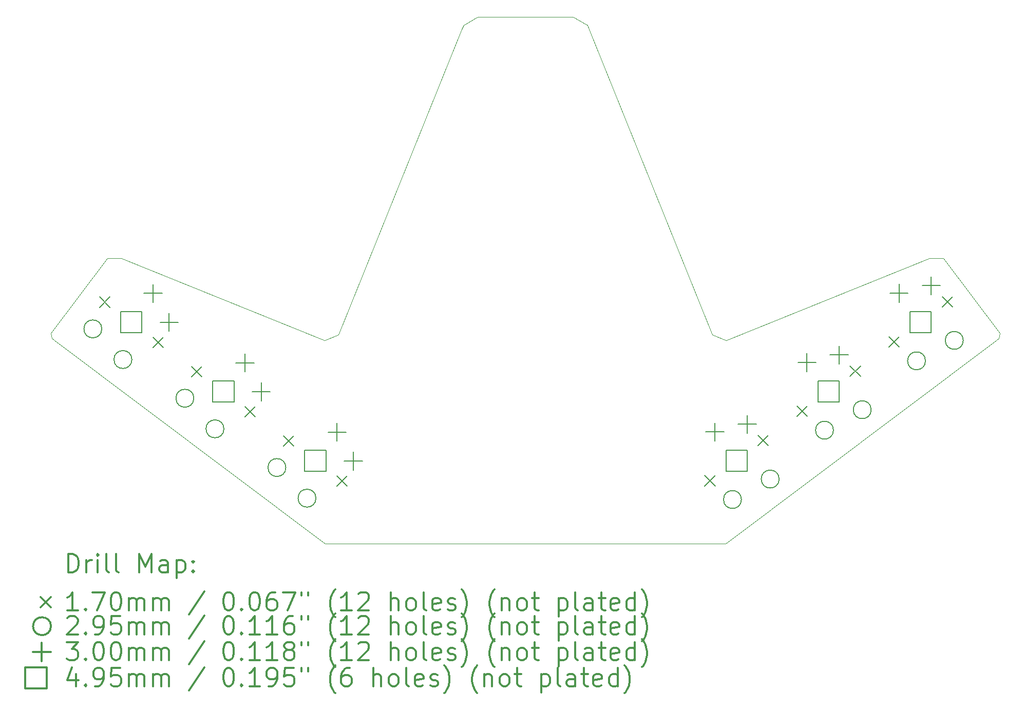
<source format=gbr>
%FSLAX45Y45*%
G04 Gerber Fmt 4.5, Leading zero omitted, Abs format (unit mm)*
G04 Created by KiCad (PCBNEW (5.1.4)-1) date 2023-11-05 18:19:02*
%MOMM*%
%LPD*%
G04 APERTURE LIST*
%ADD10C,0.050000*%
%ADD11C,0.200000*%
%ADD12C,0.300000*%
G04 APERTURE END LIST*
D10*
X22132327Y7373000D02*
X22122327Y7288000D01*
X22132327Y7373000D02*
X21202327Y8608000D01*
X22040928Y7226592D02*
X22122327Y7288000D01*
X21202327Y8608000D02*
X20975813Y8608196D01*
X6493000Y7373000D02*
X6503000Y7288000D01*
X6493000Y7373000D02*
X7423000Y8608000D01*
X14212327Y12583000D02*
X14413000Y12583000D01*
X13522327Y12583000D02*
X14212327Y12583000D01*
X13292327Y12453000D02*
X13522327Y12583000D01*
X13262327Y12383000D02*
X13292327Y12453000D01*
X13262327Y12383000D02*
X11227224Y7346058D01*
X15363000Y12383000D02*
X15333000Y12453000D01*
X15103000Y12583000D02*
X14413000Y12583000D01*
X15333000Y12453000D02*
X15103000Y12583000D01*
X11009145Y3896574D02*
X17616182Y3896574D01*
X11227224Y7346058D02*
X11005920Y7252120D01*
X7649514Y8608196D02*
X11005920Y7252120D01*
X7423000Y8608000D02*
X7649514Y8608196D01*
X6584399Y7226592D02*
X6503000Y7288000D01*
X6584399Y7226592D02*
X11009145Y3896574D01*
X17398103Y7346058D02*
X17619407Y7252120D01*
X15363000Y12383000D02*
X17398103Y7346058D01*
X20975813Y8608196D02*
X17619407Y7252120D01*
X22040928Y7226592D02*
X17616182Y3896574D01*
D11*
X10326119Y5680711D02*
X10496299Y5510531D01*
X10496299Y5680711D02*
X10326119Y5510531D01*
X11204618Y5018715D02*
X11374798Y4848535D01*
X11374798Y5018715D02*
X11204618Y4848535D01*
X17270728Y5021344D02*
X17440908Y4851164D01*
X17440908Y5021344D02*
X17270728Y4851164D01*
X18149227Y5683340D02*
X18319407Y5513161D01*
X18319407Y5683340D02*
X18149227Y5513161D01*
X18788136Y6164792D02*
X18958316Y5994612D01*
X18958316Y6164792D02*
X18788136Y5994612D01*
X19666635Y6826789D02*
X19836815Y6656609D01*
X19836815Y6826789D02*
X19666635Y6656609D01*
X7291304Y7967608D02*
X7461484Y7797428D01*
X7461484Y7967608D02*
X7291304Y7797428D01*
X8169803Y7305612D02*
X8339983Y7135432D01*
X8339983Y7305612D02*
X8169803Y7135432D01*
X20305543Y7308241D02*
X20475723Y7138061D01*
X20475723Y7308241D02*
X20305543Y7138061D01*
X21184042Y7970238D02*
X21354222Y7800058D01*
X21354222Y7970238D02*
X21184042Y7800058D01*
X8808711Y6824160D02*
X8978891Y6653980D01*
X8978891Y6824160D02*
X8808711Y6653980D01*
X9687210Y6162163D02*
X9857390Y5991983D01*
X9857390Y6162163D02*
X9687210Y5991983D01*
X10363705Y5154063D02*
G75*
G03X10363705Y5154063I-147500J0D01*
G01*
X10859560Y4648936D02*
G75*
G03X10859560Y4648936I-147500J0D01*
G01*
X17874021Y4627095D02*
G75*
G03X17874021Y4627095I-147500J0D01*
G01*
X18496257Y4964509D02*
G75*
G03X18496257Y4964509I-147500J0D01*
G01*
X19391429Y5770543D02*
G75*
G03X19391429Y5770543I-147500J0D01*
G01*
X20013664Y6107957D02*
G75*
G03X20013664Y6107957I-147500J0D01*
G01*
X7328890Y7440960D02*
G75*
G03X7328890Y7440960I-147500J0D01*
G01*
X7824745Y6935833D02*
G75*
G03X7824745Y6935833I-147500J0D01*
G01*
X20908836Y6913992D02*
G75*
G03X20908836Y6913992I-147500J0D01*
G01*
X21531072Y7251406D02*
G75*
G03X21531072Y7251406I-147500J0D01*
G01*
X8846298Y6297511D02*
G75*
G03X8846298Y6297511I-147500J0D01*
G01*
X9342152Y5792384D02*
G75*
G03X9342152Y5792384I-147500J0D01*
G01*
X11208538Y5889811D02*
X11208538Y5589811D01*
X11058538Y5739811D02*
X11358538Y5739811D01*
X11475456Y5413204D02*
X11475456Y5113204D01*
X11325456Y5263204D02*
X11625456Y5263204D01*
X17436988Y5892440D02*
X17436988Y5592440D01*
X17286988Y5742440D02*
X17586988Y5742440D01*
X17968705Y6017648D02*
X17968705Y5717648D01*
X17818705Y5867648D02*
X18118705Y5867648D01*
X18954395Y7035889D02*
X18954395Y6735889D01*
X18804395Y6885889D02*
X19104395Y6885889D01*
X19486112Y7161096D02*
X19486112Y6861096D01*
X19336112Y7011096D02*
X19636112Y7011096D01*
X8173723Y8176708D02*
X8173723Y7876708D01*
X8023723Y8026708D02*
X8323723Y8026708D01*
X8440642Y7700101D02*
X8440642Y7400101D01*
X8290642Y7550101D02*
X8590642Y7550101D01*
X20471803Y8179337D02*
X20471803Y7879337D01*
X20321803Y8029337D02*
X20621803Y8029337D01*
X21003520Y8304545D02*
X21003520Y8004545D01*
X20853520Y8154545D02*
X21153520Y8154545D01*
X9691131Y7033260D02*
X9691131Y6733260D01*
X9541131Y6883260D02*
X9841131Y6883260D01*
X9958049Y6556652D02*
X9958049Y6256652D01*
X9808049Y6406652D02*
X10108049Y6406652D01*
X21004893Y7379139D02*
X21004893Y7729160D01*
X20654872Y7729160D01*
X20654872Y7379139D01*
X21004893Y7379139D01*
X11025469Y5089613D02*
X11025469Y5439634D01*
X10675448Y5439634D01*
X10675448Y5089613D01*
X11025469Y5089613D01*
X17970078Y5092242D02*
X17970078Y5442263D01*
X17620057Y5442263D01*
X17620057Y5092242D01*
X17970078Y5092242D01*
X19487486Y6235690D02*
X19487486Y6585711D01*
X19137465Y6585711D01*
X19137465Y6235690D01*
X19487486Y6235690D01*
X7990654Y7376510D02*
X7990654Y7726531D01*
X7640633Y7726531D01*
X7640633Y7376510D01*
X7990654Y7376510D01*
X9508061Y6233061D02*
X9508061Y6583082D01*
X9158040Y6583082D01*
X9158040Y6233061D01*
X9508061Y6233061D01*
D12*
X6776928Y3428360D02*
X6776928Y3728360D01*
X6848357Y3728360D01*
X6891214Y3714074D01*
X6919786Y3685503D01*
X6934071Y3656931D01*
X6948357Y3599788D01*
X6948357Y3556931D01*
X6934071Y3499788D01*
X6919786Y3471217D01*
X6891214Y3442645D01*
X6848357Y3428360D01*
X6776928Y3428360D01*
X7076928Y3428360D02*
X7076928Y3628360D01*
X7076928Y3571217D02*
X7091214Y3599788D01*
X7105500Y3614074D01*
X7134071Y3628360D01*
X7162643Y3628360D01*
X7262643Y3428360D02*
X7262643Y3628360D01*
X7262643Y3728360D02*
X7248357Y3714074D01*
X7262643Y3699788D01*
X7276928Y3714074D01*
X7262643Y3728360D01*
X7262643Y3699788D01*
X7448357Y3428360D02*
X7419786Y3442645D01*
X7405500Y3471217D01*
X7405500Y3728360D01*
X7605500Y3428360D02*
X7576928Y3442645D01*
X7562643Y3471217D01*
X7562643Y3728360D01*
X7948357Y3428360D02*
X7948357Y3728360D01*
X8048357Y3514074D01*
X8148357Y3728360D01*
X8148357Y3428360D01*
X8419786Y3428360D02*
X8419786Y3585503D01*
X8405500Y3614074D01*
X8376928Y3628360D01*
X8319786Y3628360D01*
X8291214Y3614074D01*
X8419786Y3442645D02*
X8391214Y3428360D01*
X8319786Y3428360D01*
X8291214Y3442645D01*
X8276928Y3471217D01*
X8276928Y3499788D01*
X8291214Y3528360D01*
X8319786Y3542645D01*
X8391214Y3542645D01*
X8419786Y3556931D01*
X8562643Y3628360D02*
X8562643Y3328360D01*
X8562643Y3614074D02*
X8591214Y3628360D01*
X8648357Y3628360D01*
X8676928Y3614074D01*
X8691214Y3599788D01*
X8705500Y3571217D01*
X8705500Y3485503D01*
X8691214Y3456931D01*
X8676928Y3442645D01*
X8648357Y3428360D01*
X8591214Y3428360D01*
X8562643Y3442645D01*
X8834071Y3456931D02*
X8848357Y3442645D01*
X8834071Y3428360D01*
X8819786Y3442645D01*
X8834071Y3456931D01*
X8834071Y3428360D01*
X8834071Y3614074D02*
X8848357Y3599788D01*
X8834071Y3585503D01*
X8819786Y3599788D01*
X8834071Y3614074D01*
X8834071Y3585503D01*
X6320320Y3019164D02*
X6490500Y2848984D01*
X6490500Y3019164D02*
X6320320Y2848984D01*
X6934071Y2798360D02*
X6762643Y2798360D01*
X6848357Y2798360D02*
X6848357Y3098360D01*
X6819786Y3055503D01*
X6791214Y3026931D01*
X6762643Y3012645D01*
X7062643Y2826931D02*
X7076928Y2812645D01*
X7062643Y2798360D01*
X7048357Y2812645D01*
X7062643Y2826931D01*
X7062643Y2798360D01*
X7176928Y3098360D02*
X7376928Y3098360D01*
X7248357Y2798360D01*
X7548357Y3098360D02*
X7576928Y3098360D01*
X7605500Y3084074D01*
X7619786Y3069788D01*
X7634071Y3041217D01*
X7648357Y2984074D01*
X7648357Y2912645D01*
X7634071Y2855503D01*
X7619786Y2826931D01*
X7605500Y2812645D01*
X7576928Y2798360D01*
X7548357Y2798360D01*
X7519786Y2812645D01*
X7505500Y2826931D01*
X7491214Y2855503D01*
X7476928Y2912645D01*
X7476928Y2984074D01*
X7491214Y3041217D01*
X7505500Y3069788D01*
X7519786Y3084074D01*
X7548357Y3098360D01*
X7776928Y2798360D02*
X7776928Y2998360D01*
X7776928Y2969788D02*
X7791214Y2984074D01*
X7819786Y2998360D01*
X7862643Y2998360D01*
X7891214Y2984074D01*
X7905500Y2955503D01*
X7905500Y2798360D01*
X7905500Y2955503D02*
X7919786Y2984074D01*
X7948357Y2998360D01*
X7991214Y2998360D01*
X8019786Y2984074D01*
X8034071Y2955503D01*
X8034071Y2798360D01*
X8176928Y2798360D02*
X8176928Y2998360D01*
X8176928Y2969788D02*
X8191214Y2984074D01*
X8219786Y2998360D01*
X8262643Y2998360D01*
X8291214Y2984074D01*
X8305500Y2955503D01*
X8305500Y2798360D01*
X8305500Y2955503D02*
X8319786Y2984074D01*
X8348357Y2998360D01*
X8391214Y2998360D01*
X8419786Y2984074D01*
X8434071Y2955503D01*
X8434071Y2798360D01*
X9019786Y3112645D02*
X8762643Y2726931D01*
X9405500Y3098360D02*
X9434071Y3098360D01*
X9462643Y3084074D01*
X9476928Y3069788D01*
X9491214Y3041217D01*
X9505500Y2984074D01*
X9505500Y2912645D01*
X9491214Y2855503D01*
X9476928Y2826931D01*
X9462643Y2812645D01*
X9434071Y2798360D01*
X9405500Y2798360D01*
X9376928Y2812645D01*
X9362643Y2826931D01*
X9348357Y2855503D01*
X9334071Y2912645D01*
X9334071Y2984074D01*
X9348357Y3041217D01*
X9362643Y3069788D01*
X9376928Y3084074D01*
X9405500Y3098360D01*
X9634071Y2826931D02*
X9648357Y2812645D01*
X9634071Y2798360D01*
X9619786Y2812645D01*
X9634071Y2826931D01*
X9634071Y2798360D01*
X9834071Y3098360D02*
X9862643Y3098360D01*
X9891214Y3084074D01*
X9905500Y3069788D01*
X9919786Y3041217D01*
X9934071Y2984074D01*
X9934071Y2912645D01*
X9919786Y2855503D01*
X9905500Y2826931D01*
X9891214Y2812645D01*
X9862643Y2798360D01*
X9834071Y2798360D01*
X9805500Y2812645D01*
X9791214Y2826931D01*
X9776928Y2855503D01*
X9762643Y2912645D01*
X9762643Y2984074D01*
X9776928Y3041217D01*
X9791214Y3069788D01*
X9805500Y3084074D01*
X9834071Y3098360D01*
X10191214Y3098360D02*
X10134071Y3098360D01*
X10105500Y3084074D01*
X10091214Y3069788D01*
X10062643Y3026931D01*
X10048357Y2969788D01*
X10048357Y2855503D01*
X10062643Y2826931D01*
X10076928Y2812645D01*
X10105500Y2798360D01*
X10162643Y2798360D01*
X10191214Y2812645D01*
X10205500Y2826931D01*
X10219786Y2855503D01*
X10219786Y2926931D01*
X10205500Y2955503D01*
X10191214Y2969788D01*
X10162643Y2984074D01*
X10105500Y2984074D01*
X10076928Y2969788D01*
X10062643Y2955503D01*
X10048357Y2926931D01*
X10319786Y3098360D02*
X10519786Y3098360D01*
X10391214Y2798360D01*
X10619786Y3098360D02*
X10619786Y3041217D01*
X10734071Y3098360D02*
X10734071Y3041217D01*
X11176928Y2684074D02*
X11162643Y2698360D01*
X11134071Y2741217D01*
X11119786Y2769788D01*
X11105500Y2812645D01*
X11091214Y2884074D01*
X11091214Y2941217D01*
X11105500Y3012645D01*
X11119786Y3055503D01*
X11134071Y3084074D01*
X11162643Y3126931D01*
X11176928Y3141217D01*
X11448357Y2798360D02*
X11276928Y2798360D01*
X11362643Y2798360D02*
X11362643Y3098360D01*
X11334071Y3055503D01*
X11305500Y3026931D01*
X11276928Y3012645D01*
X11562643Y3069788D02*
X11576928Y3084074D01*
X11605500Y3098360D01*
X11676928Y3098360D01*
X11705500Y3084074D01*
X11719786Y3069788D01*
X11734071Y3041217D01*
X11734071Y3012645D01*
X11719786Y2969788D01*
X11548357Y2798360D01*
X11734071Y2798360D01*
X12091214Y2798360D02*
X12091214Y3098360D01*
X12219786Y2798360D02*
X12219786Y2955503D01*
X12205500Y2984074D01*
X12176928Y2998360D01*
X12134071Y2998360D01*
X12105500Y2984074D01*
X12091214Y2969788D01*
X12405500Y2798360D02*
X12376928Y2812645D01*
X12362643Y2826931D01*
X12348357Y2855503D01*
X12348357Y2941217D01*
X12362643Y2969788D01*
X12376928Y2984074D01*
X12405500Y2998360D01*
X12448357Y2998360D01*
X12476928Y2984074D01*
X12491214Y2969788D01*
X12505500Y2941217D01*
X12505500Y2855503D01*
X12491214Y2826931D01*
X12476928Y2812645D01*
X12448357Y2798360D01*
X12405500Y2798360D01*
X12676928Y2798360D02*
X12648357Y2812645D01*
X12634071Y2841217D01*
X12634071Y3098360D01*
X12905500Y2812645D02*
X12876928Y2798360D01*
X12819786Y2798360D01*
X12791214Y2812645D01*
X12776928Y2841217D01*
X12776928Y2955503D01*
X12791214Y2984074D01*
X12819786Y2998360D01*
X12876928Y2998360D01*
X12905500Y2984074D01*
X12919786Y2955503D01*
X12919786Y2926931D01*
X12776928Y2898360D01*
X13034071Y2812645D02*
X13062643Y2798360D01*
X13119786Y2798360D01*
X13148357Y2812645D01*
X13162643Y2841217D01*
X13162643Y2855503D01*
X13148357Y2884074D01*
X13119786Y2898360D01*
X13076928Y2898360D01*
X13048357Y2912645D01*
X13034071Y2941217D01*
X13034071Y2955503D01*
X13048357Y2984074D01*
X13076928Y2998360D01*
X13119786Y2998360D01*
X13148357Y2984074D01*
X13262643Y2684074D02*
X13276928Y2698360D01*
X13305500Y2741217D01*
X13319786Y2769788D01*
X13334071Y2812645D01*
X13348357Y2884074D01*
X13348357Y2941217D01*
X13334071Y3012645D01*
X13319786Y3055503D01*
X13305500Y3084074D01*
X13276928Y3126931D01*
X13262643Y3141217D01*
X13805500Y2684074D02*
X13791214Y2698360D01*
X13762643Y2741217D01*
X13748357Y2769788D01*
X13734071Y2812645D01*
X13719786Y2884074D01*
X13719786Y2941217D01*
X13734071Y3012645D01*
X13748357Y3055503D01*
X13762643Y3084074D01*
X13791214Y3126931D01*
X13805500Y3141217D01*
X13919786Y2998360D02*
X13919786Y2798360D01*
X13919786Y2969788D02*
X13934071Y2984074D01*
X13962643Y2998360D01*
X14005500Y2998360D01*
X14034071Y2984074D01*
X14048357Y2955503D01*
X14048357Y2798360D01*
X14234071Y2798360D02*
X14205500Y2812645D01*
X14191214Y2826931D01*
X14176928Y2855503D01*
X14176928Y2941217D01*
X14191214Y2969788D01*
X14205500Y2984074D01*
X14234071Y2998360D01*
X14276928Y2998360D01*
X14305500Y2984074D01*
X14319786Y2969788D01*
X14334071Y2941217D01*
X14334071Y2855503D01*
X14319786Y2826931D01*
X14305500Y2812645D01*
X14276928Y2798360D01*
X14234071Y2798360D01*
X14419786Y2998360D02*
X14534071Y2998360D01*
X14462643Y3098360D02*
X14462643Y2841217D01*
X14476928Y2812645D01*
X14505500Y2798360D01*
X14534071Y2798360D01*
X14862643Y2998360D02*
X14862643Y2698360D01*
X14862643Y2984074D02*
X14891214Y2998360D01*
X14948357Y2998360D01*
X14976928Y2984074D01*
X14991214Y2969788D01*
X15005500Y2941217D01*
X15005500Y2855503D01*
X14991214Y2826931D01*
X14976928Y2812645D01*
X14948357Y2798360D01*
X14891214Y2798360D01*
X14862643Y2812645D01*
X15176928Y2798360D02*
X15148357Y2812645D01*
X15134071Y2841217D01*
X15134071Y3098360D01*
X15419786Y2798360D02*
X15419786Y2955503D01*
X15405500Y2984074D01*
X15376928Y2998360D01*
X15319786Y2998360D01*
X15291214Y2984074D01*
X15419786Y2812645D02*
X15391214Y2798360D01*
X15319786Y2798360D01*
X15291214Y2812645D01*
X15276928Y2841217D01*
X15276928Y2869788D01*
X15291214Y2898360D01*
X15319786Y2912645D01*
X15391214Y2912645D01*
X15419786Y2926931D01*
X15519786Y2998360D02*
X15634071Y2998360D01*
X15562643Y3098360D02*
X15562643Y2841217D01*
X15576928Y2812645D01*
X15605500Y2798360D01*
X15634071Y2798360D01*
X15848357Y2812645D02*
X15819786Y2798360D01*
X15762643Y2798360D01*
X15734071Y2812645D01*
X15719786Y2841217D01*
X15719786Y2955503D01*
X15734071Y2984074D01*
X15762643Y2998360D01*
X15819786Y2998360D01*
X15848357Y2984074D01*
X15862643Y2955503D01*
X15862643Y2926931D01*
X15719786Y2898360D01*
X16119786Y2798360D02*
X16119786Y3098360D01*
X16119786Y2812645D02*
X16091214Y2798360D01*
X16034071Y2798360D01*
X16005500Y2812645D01*
X15991214Y2826931D01*
X15976928Y2855503D01*
X15976928Y2941217D01*
X15991214Y2969788D01*
X16005500Y2984074D01*
X16034071Y2998360D01*
X16091214Y2998360D01*
X16119786Y2984074D01*
X16234071Y2684074D02*
X16248357Y2698360D01*
X16276928Y2741217D01*
X16291214Y2769788D01*
X16305500Y2812645D01*
X16319786Y2884074D01*
X16319786Y2941217D01*
X16305500Y3012645D01*
X16291214Y3055503D01*
X16276928Y3084074D01*
X16248357Y3126931D01*
X16234071Y3141217D01*
X6490500Y2538074D02*
G75*
G03X6490500Y2538074I-147500J0D01*
G01*
X6762643Y2673788D02*
X6776928Y2688074D01*
X6805500Y2702360D01*
X6876928Y2702360D01*
X6905500Y2688074D01*
X6919786Y2673788D01*
X6934071Y2645217D01*
X6934071Y2616646D01*
X6919786Y2573788D01*
X6748357Y2402360D01*
X6934071Y2402360D01*
X7062643Y2430931D02*
X7076928Y2416646D01*
X7062643Y2402360D01*
X7048357Y2416646D01*
X7062643Y2430931D01*
X7062643Y2402360D01*
X7219786Y2402360D02*
X7276928Y2402360D01*
X7305500Y2416646D01*
X7319786Y2430931D01*
X7348357Y2473788D01*
X7362643Y2530931D01*
X7362643Y2645217D01*
X7348357Y2673788D01*
X7334071Y2688074D01*
X7305500Y2702360D01*
X7248357Y2702360D01*
X7219786Y2688074D01*
X7205500Y2673788D01*
X7191214Y2645217D01*
X7191214Y2573788D01*
X7205500Y2545217D01*
X7219786Y2530931D01*
X7248357Y2516646D01*
X7305500Y2516646D01*
X7334071Y2530931D01*
X7348357Y2545217D01*
X7362643Y2573788D01*
X7634071Y2702360D02*
X7491214Y2702360D01*
X7476928Y2559503D01*
X7491214Y2573788D01*
X7519786Y2588074D01*
X7591214Y2588074D01*
X7619786Y2573788D01*
X7634071Y2559503D01*
X7648357Y2530931D01*
X7648357Y2459503D01*
X7634071Y2430931D01*
X7619786Y2416646D01*
X7591214Y2402360D01*
X7519786Y2402360D01*
X7491214Y2416646D01*
X7476928Y2430931D01*
X7776928Y2402360D02*
X7776928Y2602360D01*
X7776928Y2573788D02*
X7791214Y2588074D01*
X7819786Y2602360D01*
X7862643Y2602360D01*
X7891214Y2588074D01*
X7905500Y2559503D01*
X7905500Y2402360D01*
X7905500Y2559503D02*
X7919786Y2588074D01*
X7948357Y2602360D01*
X7991214Y2602360D01*
X8019786Y2588074D01*
X8034071Y2559503D01*
X8034071Y2402360D01*
X8176928Y2402360D02*
X8176928Y2602360D01*
X8176928Y2573788D02*
X8191214Y2588074D01*
X8219786Y2602360D01*
X8262643Y2602360D01*
X8291214Y2588074D01*
X8305500Y2559503D01*
X8305500Y2402360D01*
X8305500Y2559503D02*
X8319786Y2588074D01*
X8348357Y2602360D01*
X8391214Y2602360D01*
X8419786Y2588074D01*
X8434071Y2559503D01*
X8434071Y2402360D01*
X9019786Y2716646D02*
X8762643Y2330931D01*
X9405500Y2702360D02*
X9434071Y2702360D01*
X9462643Y2688074D01*
X9476928Y2673788D01*
X9491214Y2645217D01*
X9505500Y2588074D01*
X9505500Y2516646D01*
X9491214Y2459503D01*
X9476928Y2430931D01*
X9462643Y2416646D01*
X9434071Y2402360D01*
X9405500Y2402360D01*
X9376928Y2416646D01*
X9362643Y2430931D01*
X9348357Y2459503D01*
X9334071Y2516646D01*
X9334071Y2588074D01*
X9348357Y2645217D01*
X9362643Y2673788D01*
X9376928Y2688074D01*
X9405500Y2702360D01*
X9634071Y2430931D02*
X9648357Y2416646D01*
X9634071Y2402360D01*
X9619786Y2416646D01*
X9634071Y2430931D01*
X9634071Y2402360D01*
X9934071Y2402360D02*
X9762643Y2402360D01*
X9848357Y2402360D02*
X9848357Y2702360D01*
X9819786Y2659503D01*
X9791214Y2630931D01*
X9762643Y2616646D01*
X10219786Y2402360D02*
X10048357Y2402360D01*
X10134071Y2402360D02*
X10134071Y2702360D01*
X10105500Y2659503D01*
X10076928Y2630931D01*
X10048357Y2616646D01*
X10476928Y2702360D02*
X10419786Y2702360D01*
X10391214Y2688074D01*
X10376928Y2673788D01*
X10348357Y2630931D01*
X10334071Y2573788D01*
X10334071Y2459503D01*
X10348357Y2430931D01*
X10362643Y2416646D01*
X10391214Y2402360D01*
X10448357Y2402360D01*
X10476928Y2416646D01*
X10491214Y2430931D01*
X10505500Y2459503D01*
X10505500Y2530931D01*
X10491214Y2559503D01*
X10476928Y2573788D01*
X10448357Y2588074D01*
X10391214Y2588074D01*
X10362643Y2573788D01*
X10348357Y2559503D01*
X10334071Y2530931D01*
X10619786Y2702360D02*
X10619786Y2645217D01*
X10734071Y2702360D02*
X10734071Y2645217D01*
X11176928Y2288074D02*
X11162643Y2302360D01*
X11134071Y2345217D01*
X11119786Y2373788D01*
X11105500Y2416646D01*
X11091214Y2488074D01*
X11091214Y2545217D01*
X11105500Y2616646D01*
X11119786Y2659503D01*
X11134071Y2688074D01*
X11162643Y2730931D01*
X11176928Y2745217D01*
X11448357Y2402360D02*
X11276928Y2402360D01*
X11362643Y2402360D02*
X11362643Y2702360D01*
X11334071Y2659503D01*
X11305500Y2630931D01*
X11276928Y2616646D01*
X11562643Y2673788D02*
X11576928Y2688074D01*
X11605500Y2702360D01*
X11676928Y2702360D01*
X11705500Y2688074D01*
X11719786Y2673788D01*
X11734071Y2645217D01*
X11734071Y2616646D01*
X11719786Y2573788D01*
X11548357Y2402360D01*
X11734071Y2402360D01*
X12091214Y2402360D02*
X12091214Y2702360D01*
X12219786Y2402360D02*
X12219786Y2559503D01*
X12205500Y2588074D01*
X12176928Y2602360D01*
X12134071Y2602360D01*
X12105500Y2588074D01*
X12091214Y2573788D01*
X12405500Y2402360D02*
X12376928Y2416646D01*
X12362643Y2430931D01*
X12348357Y2459503D01*
X12348357Y2545217D01*
X12362643Y2573788D01*
X12376928Y2588074D01*
X12405500Y2602360D01*
X12448357Y2602360D01*
X12476928Y2588074D01*
X12491214Y2573788D01*
X12505500Y2545217D01*
X12505500Y2459503D01*
X12491214Y2430931D01*
X12476928Y2416646D01*
X12448357Y2402360D01*
X12405500Y2402360D01*
X12676928Y2402360D02*
X12648357Y2416646D01*
X12634071Y2445217D01*
X12634071Y2702360D01*
X12905500Y2416646D02*
X12876928Y2402360D01*
X12819786Y2402360D01*
X12791214Y2416646D01*
X12776928Y2445217D01*
X12776928Y2559503D01*
X12791214Y2588074D01*
X12819786Y2602360D01*
X12876928Y2602360D01*
X12905500Y2588074D01*
X12919786Y2559503D01*
X12919786Y2530931D01*
X12776928Y2502360D01*
X13034071Y2416646D02*
X13062643Y2402360D01*
X13119786Y2402360D01*
X13148357Y2416646D01*
X13162643Y2445217D01*
X13162643Y2459503D01*
X13148357Y2488074D01*
X13119786Y2502360D01*
X13076928Y2502360D01*
X13048357Y2516646D01*
X13034071Y2545217D01*
X13034071Y2559503D01*
X13048357Y2588074D01*
X13076928Y2602360D01*
X13119786Y2602360D01*
X13148357Y2588074D01*
X13262643Y2288074D02*
X13276928Y2302360D01*
X13305500Y2345217D01*
X13319786Y2373788D01*
X13334071Y2416646D01*
X13348357Y2488074D01*
X13348357Y2545217D01*
X13334071Y2616646D01*
X13319786Y2659503D01*
X13305500Y2688074D01*
X13276928Y2730931D01*
X13262643Y2745217D01*
X13805500Y2288074D02*
X13791214Y2302360D01*
X13762643Y2345217D01*
X13748357Y2373788D01*
X13734071Y2416646D01*
X13719786Y2488074D01*
X13719786Y2545217D01*
X13734071Y2616646D01*
X13748357Y2659503D01*
X13762643Y2688074D01*
X13791214Y2730931D01*
X13805500Y2745217D01*
X13919786Y2602360D02*
X13919786Y2402360D01*
X13919786Y2573788D02*
X13934071Y2588074D01*
X13962643Y2602360D01*
X14005500Y2602360D01*
X14034071Y2588074D01*
X14048357Y2559503D01*
X14048357Y2402360D01*
X14234071Y2402360D02*
X14205500Y2416646D01*
X14191214Y2430931D01*
X14176928Y2459503D01*
X14176928Y2545217D01*
X14191214Y2573788D01*
X14205500Y2588074D01*
X14234071Y2602360D01*
X14276928Y2602360D01*
X14305500Y2588074D01*
X14319786Y2573788D01*
X14334071Y2545217D01*
X14334071Y2459503D01*
X14319786Y2430931D01*
X14305500Y2416646D01*
X14276928Y2402360D01*
X14234071Y2402360D01*
X14419786Y2602360D02*
X14534071Y2602360D01*
X14462643Y2702360D02*
X14462643Y2445217D01*
X14476928Y2416646D01*
X14505500Y2402360D01*
X14534071Y2402360D01*
X14862643Y2602360D02*
X14862643Y2302360D01*
X14862643Y2588074D02*
X14891214Y2602360D01*
X14948357Y2602360D01*
X14976928Y2588074D01*
X14991214Y2573788D01*
X15005500Y2545217D01*
X15005500Y2459503D01*
X14991214Y2430931D01*
X14976928Y2416646D01*
X14948357Y2402360D01*
X14891214Y2402360D01*
X14862643Y2416646D01*
X15176928Y2402360D02*
X15148357Y2416646D01*
X15134071Y2445217D01*
X15134071Y2702360D01*
X15419786Y2402360D02*
X15419786Y2559503D01*
X15405500Y2588074D01*
X15376928Y2602360D01*
X15319786Y2602360D01*
X15291214Y2588074D01*
X15419786Y2416646D02*
X15391214Y2402360D01*
X15319786Y2402360D01*
X15291214Y2416646D01*
X15276928Y2445217D01*
X15276928Y2473788D01*
X15291214Y2502360D01*
X15319786Y2516646D01*
X15391214Y2516646D01*
X15419786Y2530931D01*
X15519786Y2602360D02*
X15634071Y2602360D01*
X15562643Y2702360D02*
X15562643Y2445217D01*
X15576928Y2416646D01*
X15605500Y2402360D01*
X15634071Y2402360D01*
X15848357Y2416646D02*
X15819786Y2402360D01*
X15762643Y2402360D01*
X15734071Y2416646D01*
X15719786Y2445217D01*
X15719786Y2559503D01*
X15734071Y2588074D01*
X15762643Y2602360D01*
X15819786Y2602360D01*
X15848357Y2588074D01*
X15862643Y2559503D01*
X15862643Y2530931D01*
X15719786Y2502360D01*
X16119786Y2402360D02*
X16119786Y2702360D01*
X16119786Y2416646D02*
X16091214Y2402360D01*
X16034071Y2402360D01*
X16005500Y2416646D01*
X15991214Y2430931D01*
X15976928Y2459503D01*
X15976928Y2545217D01*
X15991214Y2573788D01*
X16005500Y2588074D01*
X16034071Y2602360D01*
X16091214Y2602360D01*
X16119786Y2588074D01*
X16234071Y2288074D02*
X16248357Y2302360D01*
X16276928Y2345217D01*
X16291214Y2373788D01*
X16305500Y2416646D01*
X16319786Y2488074D01*
X16319786Y2545217D01*
X16305500Y2616646D01*
X16291214Y2659503D01*
X16276928Y2688074D01*
X16248357Y2730931D01*
X16234071Y2745217D01*
X6340500Y2263074D02*
X6340500Y1963074D01*
X6190500Y2113074D02*
X6490500Y2113074D01*
X6748357Y2277360D02*
X6934071Y2277360D01*
X6834071Y2163074D01*
X6876928Y2163074D01*
X6905500Y2148788D01*
X6919786Y2134503D01*
X6934071Y2105931D01*
X6934071Y2034503D01*
X6919786Y2005931D01*
X6905500Y1991645D01*
X6876928Y1977360D01*
X6791214Y1977360D01*
X6762643Y1991645D01*
X6748357Y2005931D01*
X7062643Y2005931D02*
X7076928Y1991645D01*
X7062643Y1977360D01*
X7048357Y1991645D01*
X7062643Y2005931D01*
X7062643Y1977360D01*
X7262643Y2277360D02*
X7291214Y2277360D01*
X7319786Y2263074D01*
X7334071Y2248788D01*
X7348357Y2220217D01*
X7362643Y2163074D01*
X7362643Y2091645D01*
X7348357Y2034503D01*
X7334071Y2005931D01*
X7319786Y1991645D01*
X7291214Y1977360D01*
X7262643Y1977360D01*
X7234071Y1991645D01*
X7219786Y2005931D01*
X7205500Y2034503D01*
X7191214Y2091645D01*
X7191214Y2163074D01*
X7205500Y2220217D01*
X7219786Y2248788D01*
X7234071Y2263074D01*
X7262643Y2277360D01*
X7548357Y2277360D02*
X7576928Y2277360D01*
X7605500Y2263074D01*
X7619786Y2248788D01*
X7634071Y2220217D01*
X7648357Y2163074D01*
X7648357Y2091645D01*
X7634071Y2034503D01*
X7619786Y2005931D01*
X7605500Y1991645D01*
X7576928Y1977360D01*
X7548357Y1977360D01*
X7519786Y1991645D01*
X7505500Y2005931D01*
X7491214Y2034503D01*
X7476928Y2091645D01*
X7476928Y2163074D01*
X7491214Y2220217D01*
X7505500Y2248788D01*
X7519786Y2263074D01*
X7548357Y2277360D01*
X7776928Y1977360D02*
X7776928Y2177360D01*
X7776928Y2148788D02*
X7791214Y2163074D01*
X7819786Y2177360D01*
X7862643Y2177360D01*
X7891214Y2163074D01*
X7905500Y2134503D01*
X7905500Y1977360D01*
X7905500Y2134503D02*
X7919786Y2163074D01*
X7948357Y2177360D01*
X7991214Y2177360D01*
X8019786Y2163074D01*
X8034071Y2134503D01*
X8034071Y1977360D01*
X8176928Y1977360D02*
X8176928Y2177360D01*
X8176928Y2148788D02*
X8191214Y2163074D01*
X8219786Y2177360D01*
X8262643Y2177360D01*
X8291214Y2163074D01*
X8305500Y2134503D01*
X8305500Y1977360D01*
X8305500Y2134503D02*
X8319786Y2163074D01*
X8348357Y2177360D01*
X8391214Y2177360D01*
X8419786Y2163074D01*
X8434071Y2134503D01*
X8434071Y1977360D01*
X9019786Y2291646D02*
X8762643Y1905931D01*
X9405500Y2277360D02*
X9434071Y2277360D01*
X9462643Y2263074D01*
X9476928Y2248788D01*
X9491214Y2220217D01*
X9505500Y2163074D01*
X9505500Y2091645D01*
X9491214Y2034503D01*
X9476928Y2005931D01*
X9462643Y1991645D01*
X9434071Y1977360D01*
X9405500Y1977360D01*
X9376928Y1991645D01*
X9362643Y2005931D01*
X9348357Y2034503D01*
X9334071Y2091645D01*
X9334071Y2163074D01*
X9348357Y2220217D01*
X9362643Y2248788D01*
X9376928Y2263074D01*
X9405500Y2277360D01*
X9634071Y2005931D02*
X9648357Y1991645D01*
X9634071Y1977360D01*
X9619786Y1991645D01*
X9634071Y2005931D01*
X9634071Y1977360D01*
X9934071Y1977360D02*
X9762643Y1977360D01*
X9848357Y1977360D02*
X9848357Y2277360D01*
X9819786Y2234503D01*
X9791214Y2205931D01*
X9762643Y2191646D01*
X10219786Y1977360D02*
X10048357Y1977360D01*
X10134071Y1977360D02*
X10134071Y2277360D01*
X10105500Y2234503D01*
X10076928Y2205931D01*
X10048357Y2191646D01*
X10391214Y2148788D02*
X10362643Y2163074D01*
X10348357Y2177360D01*
X10334071Y2205931D01*
X10334071Y2220217D01*
X10348357Y2248788D01*
X10362643Y2263074D01*
X10391214Y2277360D01*
X10448357Y2277360D01*
X10476928Y2263074D01*
X10491214Y2248788D01*
X10505500Y2220217D01*
X10505500Y2205931D01*
X10491214Y2177360D01*
X10476928Y2163074D01*
X10448357Y2148788D01*
X10391214Y2148788D01*
X10362643Y2134503D01*
X10348357Y2120217D01*
X10334071Y2091645D01*
X10334071Y2034503D01*
X10348357Y2005931D01*
X10362643Y1991645D01*
X10391214Y1977360D01*
X10448357Y1977360D01*
X10476928Y1991645D01*
X10491214Y2005931D01*
X10505500Y2034503D01*
X10505500Y2091645D01*
X10491214Y2120217D01*
X10476928Y2134503D01*
X10448357Y2148788D01*
X10619786Y2277360D02*
X10619786Y2220217D01*
X10734071Y2277360D02*
X10734071Y2220217D01*
X11176928Y1863074D02*
X11162643Y1877360D01*
X11134071Y1920217D01*
X11119786Y1948788D01*
X11105500Y1991645D01*
X11091214Y2063074D01*
X11091214Y2120217D01*
X11105500Y2191646D01*
X11119786Y2234503D01*
X11134071Y2263074D01*
X11162643Y2305931D01*
X11176928Y2320217D01*
X11448357Y1977360D02*
X11276928Y1977360D01*
X11362643Y1977360D02*
X11362643Y2277360D01*
X11334071Y2234503D01*
X11305500Y2205931D01*
X11276928Y2191646D01*
X11562643Y2248788D02*
X11576928Y2263074D01*
X11605500Y2277360D01*
X11676928Y2277360D01*
X11705500Y2263074D01*
X11719786Y2248788D01*
X11734071Y2220217D01*
X11734071Y2191646D01*
X11719786Y2148788D01*
X11548357Y1977360D01*
X11734071Y1977360D01*
X12091214Y1977360D02*
X12091214Y2277360D01*
X12219786Y1977360D02*
X12219786Y2134503D01*
X12205500Y2163074D01*
X12176928Y2177360D01*
X12134071Y2177360D01*
X12105500Y2163074D01*
X12091214Y2148788D01*
X12405500Y1977360D02*
X12376928Y1991645D01*
X12362643Y2005931D01*
X12348357Y2034503D01*
X12348357Y2120217D01*
X12362643Y2148788D01*
X12376928Y2163074D01*
X12405500Y2177360D01*
X12448357Y2177360D01*
X12476928Y2163074D01*
X12491214Y2148788D01*
X12505500Y2120217D01*
X12505500Y2034503D01*
X12491214Y2005931D01*
X12476928Y1991645D01*
X12448357Y1977360D01*
X12405500Y1977360D01*
X12676928Y1977360D02*
X12648357Y1991645D01*
X12634071Y2020217D01*
X12634071Y2277360D01*
X12905500Y1991645D02*
X12876928Y1977360D01*
X12819786Y1977360D01*
X12791214Y1991645D01*
X12776928Y2020217D01*
X12776928Y2134503D01*
X12791214Y2163074D01*
X12819786Y2177360D01*
X12876928Y2177360D01*
X12905500Y2163074D01*
X12919786Y2134503D01*
X12919786Y2105931D01*
X12776928Y2077360D01*
X13034071Y1991645D02*
X13062643Y1977360D01*
X13119786Y1977360D01*
X13148357Y1991645D01*
X13162643Y2020217D01*
X13162643Y2034503D01*
X13148357Y2063074D01*
X13119786Y2077360D01*
X13076928Y2077360D01*
X13048357Y2091645D01*
X13034071Y2120217D01*
X13034071Y2134503D01*
X13048357Y2163074D01*
X13076928Y2177360D01*
X13119786Y2177360D01*
X13148357Y2163074D01*
X13262643Y1863074D02*
X13276928Y1877360D01*
X13305500Y1920217D01*
X13319786Y1948788D01*
X13334071Y1991645D01*
X13348357Y2063074D01*
X13348357Y2120217D01*
X13334071Y2191646D01*
X13319786Y2234503D01*
X13305500Y2263074D01*
X13276928Y2305931D01*
X13262643Y2320217D01*
X13805500Y1863074D02*
X13791214Y1877360D01*
X13762643Y1920217D01*
X13748357Y1948788D01*
X13734071Y1991645D01*
X13719786Y2063074D01*
X13719786Y2120217D01*
X13734071Y2191646D01*
X13748357Y2234503D01*
X13762643Y2263074D01*
X13791214Y2305931D01*
X13805500Y2320217D01*
X13919786Y2177360D02*
X13919786Y1977360D01*
X13919786Y2148788D02*
X13934071Y2163074D01*
X13962643Y2177360D01*
X14005500Y2177360D01*
X14034071Y2163074D01*
X14048357Y2134503D01*
X14048357Y1977360D01*
X14234071Y1977360D02*
X14205500Y1991645D01*
X14191214Y2005931D01*
X14176928Y2034503D01*
X14176928Y2120217D01*
X14191214Y2148788D01*
X14205500Y2163074D01*
X14234071Y2177360D01*
X14276928Y2177360D01*
X14305500Y2163074D01*
X14319786Y2148788D01*
X14334071Y2120217D01*
X14334071Y2034503D01*
X14319786Y2005931D01*
X14305500Y1991645D01*
X14276928Y1977360D01*
X14234071Y1977360D01*
X14419786Y2177360D02*
X14534071Y2177360D01*
X14462643Y2277360D02*
X14462643Y2020217D01*
X14476928Y1991645D01*
X14505500Y1977360D01*
X14534071Y1977360D01*
X14862643Y2177360D02*
X14862643Y1877360D01*
X14862643Y2163074D02*
X14891214Y2177360D01*
X14948357Y2177360D01*
X14976928Y2163074D01*
X14991214Y2148788D01*
X15005500Y2120217D01*
X15005500Y2034503D01*
X14991214Y2005931D01*
X14976928Y1991645D01*
X14948357Y1977360D01*
X14891214Y1977360D01*
X14862643Y1991645D01*
X15176928Y1977360D02*
X15148357Y1991645D01*
X15134071Y2020217D01*
X15134071Y2277360D01*
X15419786Y1977360D02*
X15419786Y2134503D01*
X15405500Y2163074D01*
X15376928Y2177360D01*
X15319786Y2177360D01*
X15291214Y2163074D01*
X15419786Y1991645D02*
X15391214Y1977360D01*
X15319786Y1977360D01*
X15291214Y1991645D01*
X15276928Y2020217D01*
X15276928Y2048788D01*
X15291214Y2077360D01*
X15319786Y2091645D01*
X15391214Y2091645D01*
X15419786Y2105931D01*
X15519786Y2177360D02*
X15634071Y2177360D01*
X15562643Y2277360D02*
X15562643Y2020217D01*
X15576928Y1991645D01*
X15605500Y1977360D01*
X15634071Y1977360D01*
X15848357Y1991645D02*
X15819786Y1977360D01*
X15762643Y1977360D01*
X15734071Y1991645D01*
X15719786Y2020217D01*
X15719786Y2134503D01*
X15734071Y2163074D01*
X15762643Y2177360D01*
X15819786Y2177360D01*
X15848357Y2163074D01*
X15862643Y2134503D01*
X15862643Y2105931D01*
X15719786Y2077360D01*
X16119786Y1977360D02*
X16119786Y2277360D01*
X16119786Y1991645D02*
X16091214Y1977360D01*
X16034071Y1977360D01*
X16005500Y1991645D01*
X15991214Y2005931D01*
X15976928Y2034503D01*
X15976928Y2120217D01*
X15991214Y2148788D01*
X16005500Y2163074D01*
X16034071Y2177360D01*
X16091214Y2177360D01*
X16119786Y2163074D01*
X16234071Y1863074D02*
X16248357Y1877360D01*
X16276928Y1920217D01*
X16291214Y1948788D01*
X16305500Y1991645D01*
X16319786Y2063074D01*
X16319786Y2120217D01*
X16305500Y2191646D01*
X16291214Y2234503D01*
X16276928Y2263074D01*
X16248357Y2305931D01*
X16234071Y2320217D01*
X6418010Y1508063D02*
X6418010Y1858085D01*
X6067989Y1858085D01*
X6067989Y1508063D01*
X6418010Y1508063D01*
X6905500Y1747360D02*
X6905500Y1547360D01*
X6834071Y1861645D02*
X6762643Y1647360D01*
X6948357Y1647360D01*
X7062643Y1575931D02*
X7076928Y1561645D01*
X7062643Y1547360D01*
X7048357Y1561645D01*
X7062643Y1575931D01*
X7062643Y1547360D01*
X7219786Y1547360D02*
X7276928Y1547360D01*
X7305500Y1561645D01*
X7319786Y1575931D01*
X7348357Y1618788D01*
X7362643Y1675931D01*
X7362643Y1790217D01*
X7348357Y1818788D01*
X7334071Y1833074D01*
X7305500Y1847360D01*
X7248357Y1847360D01*
X7219786Y1833074D01*
X7205500Y1818788D01*
X7191214Y1790217D01*
X7191214Y1718788D01*
X7205500Y1690217D01*
X7219786Y1675931D01*
X7248357Y1661645D01*
X7305500Y1661645D01*
X7334071Y1675931D01*
X7348357Y1690217D01*
X7362643Y1718788D01*
X7634071Y1847360D02*
X7491214Y1847360D01*
X7476928Y1704503D01*
X7491214Y1718788D01*
X7519786Y1733074D01*
X7591214Y1733074D01*
X7619786Y1718788D01*
X7634071Y1704503D01*
X7648357Y1675931D01*
X7648357Y1604503D01*
X7634071Y1575931D01*
X7619786Y1561645D01*
X7591214Y1547360D01*
X7519786Y1547360D01*
X7491214Y1561645D01*
X7476928Y1575931D01*
X7776928Y1547360D02*
X7776928Y1747360D01*
X7776928Y1718788D02*
X7791214Y1733074D01*
X7819786Y1747360D01*
X7862643Y1747360D01*
X7891214Y1733074D01*
X7905500Y1704503D01*
X7905500Y1547360D01*
X7905500Y1704503D02*
X7919786Y1733074D01*
X7948357Y1747360D01*
X7991214Y1747360D01*
X8019786Y1733074D01*
X8034071Y1704503D01*
X8034071Y1547360D01*
X8176928Y1547360D02*
X8176928Y1747360D01*
X8176928Y1718788D02*
X8191214Y1733074D01*
X8219786Y1747360D01*
X8262643Y1747360D01*
X8291214Y1733074D01*
X8305500Y1704503D01*
X8305500Y1547360D01*
X8305500Y1704503D02*
X8319786Y1733074D01*
X8348357Y1747360D01*
X8391214Y1747360D01*
X8419786Y1733074D01*
X8434071Y1704503D01*
X8434071Y1547360D01*
X9019786Y1861645D02*
X8762643Y1475931D01*
X9405500Y1847360D02*
X9434071Y1847360D01*
X9462643Y1833074D01*
X9476928Y1818788D01*
X9491214Y1790217D01*
X9505500Y1733074D01*
X9505500Y1661645D01*
X9491214Y1604503D01*
X9476928Y1575931D01*
X9462643Y1561645D01*
X9434071Y1547360D01*
X9405500Y1547360D01*
X9376928Y1561645D01*
X9362643Y1575931D01*
X9348357Y1604503D01*
X9334071Y1661645D01*
X9334071Y1733074D01*
X9348357Y1790217D01*
X9362643Y1818788D01*
X9376928Y1833074D01*
X9405500Y1847360D01*
X9634071Y1575931D02*
X9648357Y1561645D01*
X9634071Y1547360D01*
X9619786Y1561645D01*
X9634071Y1575931D01*
X9634071Y1547360D01*
X9934071Y1547360D02*
X9762643Y1547360D01*
X9848357Y1547360D02*
X9848357Y1847360D01*
X9819786Y1804503D01*
X9791214Y1775931D01*
X9762643Y1761645D01*
X10076928Y1547360D02*
X10134071Y1547360D01*
X10162643Y1561645D01*
X10176928Y1575931D01*
X10205500Y1618788D01*
X10219786Y1675931D01*
X10219786Y1790217D01*
X10205500Y1818788D01*
X10191214Y1833074D01*
X10162643Y1847360D01*
X10105500Y1847360D01*
X10076928Y1833074D01*
X10062643Y1818788D01*
X10048357Y1790217D01*
X10048357Y1718788D01*
X10062643Y1690217D01*
X10076928Y1675931D01*
X10105500Y1661645D01*
X10162643Y1661645D01*
X10191214Y1675931D01*
X10205500Y1690217D01*
X10219786Y1718788D01*
X10491214Y1847360D02*
X10348357Y1847360D01*
X10334071Y1704503D01*
X10348357Y1718788D01*
X10376928Y1733074D01*
X10448357Y1733074D01*
X10476928Y1718788D01*
X10491214Y1704503D01*
X10505500Y1675931D01*
X10505500Y1604503D01*
X10491214Y1575931D01*
X10476928Y1561645D01*
X10448357Y1547360D01*
X10376928Y1547360D01*
X10348357Y1561645D01*
X10334071Y1575931D01*
X10619786Y1847360D02*
X10619786Y1790217D01*
X10734071Y1847360D02*
X10734071Y1790217D01*
X11176928Y1433074D02*
X11162643Y1447360D01*
X11134071Y1490217D01*
X11119786Y1518788D01*
X11105500Y1561645D01*
X11091214Y1633074D01*
X11091214Y1690217D01*
X11105500Y1761645D01*
X11119786Y1804503D01*
X11134071Y1833074D01*
X11162643Y1875931D01*
X11176928Y1890217D01*
X11419786Y1847360D02*
X11362643Y1847360D01*
X11334071Y1833074D01*
X11319786Y1818788D01*
X11291214Y1775931D01*
X11276928Y1718788D01*
X11276928Y1604503D01*
X11291214Y1575931D01*
X11305500Y1561645D01*
X11334071Y1547360D01*
X11391214Y1547360D01*
X11419786Y1561645D01*
X11434071Y1575931D01*
X11448357Y1604503D01*
X11448357Y1675931D01*
X11434071Y1704503D01*
X11419786Y1718788D01*
X11391214Y1733074D01*
X11334071Y1733074D01*
X11305500Y1718788D01*
X11291214Y1704503D01*
X11276928Y1675931D01*
X11805500Y1547360D02*
X11805500Y1847360D01*
X11934071Y1547360D02*
X11934071Y1704503D01*
X11919786Y1733074D01*
X11891214Y1747360D01*
X11848357Y1747360D01*
X11819786Y1733074D01*
X11805500Y1718788D01*
X12119786Y1547360D02*
X12091214Y1561645D01*
X12076928Y1575931D01*
X12062643Y1604503D01*
X12062643Y1690217D01*
X12076928Y1718788D01*
X12091214Y1733074D01*
X12119786Y1747360D01*
X12162643Y1747360D01*
X12191214Y1733074D01*
X12205500Y1718788D01*
X12219786Y1690217D01*
X12219786Y1604503D01*
X12205500Y1575931D01*
X12191214Y1561645D01*
X12162643Y1547360D01*
X12119786Y1547360D01*
X12391214Y1547360D02*
X12362643Y1561645D01*
X12348357Y1590217D01*
X12348357Y1847360D01*
X12619786Y1561645D02*
X12591214Y1547360D01*
X12534071Y1547360D01*
X12505500Y1561645D01*
X12491214Y1590217D01*
X12491214Y1704503D01*
X12505500Y1733074D01*
X12534071Y1747360D01*
X12591214Y1747360D01*
X12619786Y1733074D01*
X12634071Y1704503D01*
X12634071Y1675931D01*
X12491214Y1647360D01*
X12748357Y1561645D02*
X12776928Y1547360D01*
X12834071Y1547360D01*
X12862643Y1561645D01*
X12876928Y1590217D01*
X12876928Y1604503D01*
X12862643Y1633074D01*
X12834071Y1647360D01*
X12791214Y1647360D01*
X12762643Y1661645D01*
X12748357Y1690217D01*
X12748357Y1704503D01*
X12762643Y1733074D01*
X12791214Y1747360D01*
X12834071Y1747360D01*
X12862643Y1733074D01*
X12976928Y1433074D02*
X12991214Y1447360D01*
X13019786Y1490217D01*
X13034071Y1518788D01*
X13048357Y1561645D01*
X13062643Y1633074D01*
X13062643Y1690217D01*
X13048357Y1761645D01*
X13034071Y1804503D01*
X13019786Y1833074D01*
X12991214Y1875931D01*
X12976928Y1890217D01*
X13519786Y1433074D02*
X13505500Y1447360D01*
X13476928Y1490217D01*
X13462643Y1518788D01*
X13448357Y1561645D01*
X13434071Y1633074D01*
X13434071Y1690217D01*
X13448357Y1761645D01*
X13462643Y1804503D01*
X13476928Y1833074D01*
X13505500Y1875931D01*
X13519786Y1890217D01*
X13634071Y1747360D02*
X13634071Y1547360D01*
X13634071Y1718788D02*
X13648357Y1733074D01*
X13676928Y1747360D01*
X13719786Y1747360D01*
X13748357Y1733074D01*
X13762643Y1704503D01*
X13762643Y1547360D01*
X13948357Y1547360D02*
X13919786Y1561645D01*
X13905500Y1575931D01*
X13891214Y1604503D01*
X13891214Y1690217D01*
X13905500Y1718788D01*
X13919786Y1733074D01*
X13948357Y1747360D01*
X13991214Y1747360D01*
X14019786Y1733074D01*
X14034071Y1718788D01*
X14048357Y1690217D01*
X14048357Y1604503D01*
X14034071Y1575931D01*
X14019786Y1561645D01*
X13991214Y1547360D01*
X13948357Y1547360D01*
X14134071Y1747360D02*
X14248357Y1747360D01*
X14176928Y1847360D02*
X14176928Y1590217D01*
X14191214Y1561645D01*
X14219786Y1547360D01*
X14248357Y1547360D01*
X14576928Y1747360D02*
X14576928Y1447360D01*
X14576928Y1733074D02*
X14605500Y1747360D01*
X14662643Y1747360D01*
X14691214Y1733074D01*
X14705500Y1718788D01*
X14719786Y1690217D01*
X14719786Y1604503D01*
X14705500Y1575931D01*
X14691214Y1561645D01*
X14662643Y1547360D01*
X14605500Y1547360D01*
X14576928Y1561645D01*
X14891214Y1547360D02*
X14862643Y1561645D01*
X14848357Y1590217D01*
X14848357Y1847360D01*
X15134071Y1547360D02*
X15134071Y1704503D01*
X15119786Y1733074D01*
X15091214Y1747360D01*
X15034071Y1747360D01*
X15005500Y1733074D01*
X15134071Y1561645D02*
X15105500Y1547360D01*
X15034071Y1547360D01*
X15005500Y1561645D01*
X14991214Y1590217D01*
X14991214Y1618788D01*
X15005500Y1647360D01*
X15034071Y1661645D01*
X15105500Y1661645D01*
X15134071Y1675931D01*
X15234071Y1747360D02*
X15348357Y1747360D01*
X15276928Y1847360D02*
X15276928Y1590217D01*
X15291214Y1561645D01*
X15319786Y1547360D01*
X15348357Y1547360D01*
X15562643Y1561645D02*
X15534071Y1547360D01*
X15476928Y1547360D01*
X15448357Y1561645D01*
X15434071Y1590217D01*
X15434071Y1704503D01*
X15448357Y1733074D01*
X15476928Y1747360D01*
X15534071Y1747360D01*
X15562643Y1733074D01*
X15576928Y1704503D01*
X15576928Y1675931D01*
X15434071Y1647360D01*
X15834071Y1547360D02*
X15834071Y1847360D01*
X15834071Y1561645D02*
X15805500Y1547360D01*
X15748357Y1547360D01*
X15719786Y1561645D01*
X15705500Y1575931D01*
X15691214Y1604503D01*
X15691214Y1690217D01*
X15705500Y1718788D01*
X15719786Y1733074D01*
X15748357Y1747360D01*
X15805500Y1747360D01*
X15834071Y1733074D01*
X15948357Y1433074D02*
X15962643Y1447360D01*
X15991214Y1490217D01*
X16005500Y1518788D01*
X16019786Y1561645D01*
X16034071Y1633074D01*
X16034071Y1690217D01*
X16019786Y1761645D01*
X16005500Y1804503D01*
X15991214Y1833074D01*
X15962643Y1875931D01*
X15948357Y1890217D01*
M02*

</source>
